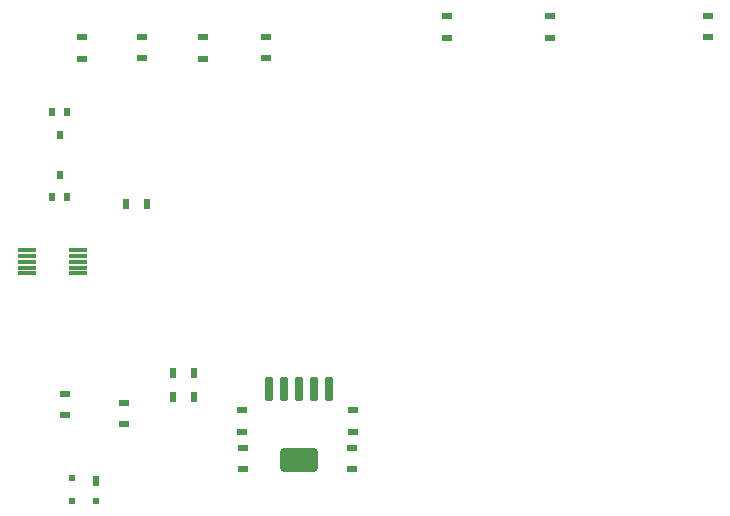
<source format=gbp>
G04*
G04 #@! TF.GenerationSoftware,Altium Limited,Altium Designer,22.4.2 (48)*
G04*
G04 Layer_Color=128*
%FSTAX24Y24*%
%MOIN*%
G70*
G04*
G04 #@! TF.SameCoordinates,36F0A17D-9E63-4542-9A5D-60F15C5BBE16*
G04*
G04*
G04 #@! TF.FilePolarity,Positive*
G04*
G01*
G75*
%ADD21R,0.0354X0.0236*%
G04:AMPARAMS|DCode=31|XSize=77.6mil|YSize=24.4mil|CornerRadius=3.1mil|HoleSize=0mil|Usage=FLASHONLY|Rotation=90.000|XOffset=0mil|YOffset=0mil|HoleType=Round|Shape=RoundedRectangle|*
%AMROUNDEDRECTD31*
21,1,0.0776,0.0183,0,0,90.0*
21,1,0.0715,0.0244,0,0,90.0*
1,1,0.0061,0.0092,0.0357*
1,1,0.0061,0.0092,-0.0357*
1,1,0.0061,-0.0092,-0.0357*
1,1,0.0061,-0.0092,0.0357*
%
%ADD31ROUNDEDRECTD31*%
G04:AMPARAMS|DCode=32|XSize=77.6mil|YSize=124.4mil|CornerRadius=9.7mil|HoleSize=0mil|Usage=FLASHONLY|Rotation=90.000|XOffset=0mil|YOffset=0mil|HoleType=Round|Shape=RoundedRectangle|*
%AMROUNDEDRECTD32*
21,1,0.0776,0.1050,0,0,90.0*
21,1,0.0582,0.1244,0,0,90.0*
1,1,0.0194,0.0525,0.0291*
1,1,0.0194,0.0525,-0.0291*
1,1,0.0194,-0.0525,-0.0291*
1,1,0.0194,-0.0525,0.0291*
%
%ADD32ROUNDEDRECTD32*%
%ADD33R,0.0236X0.0354*%
G04:AMPARAMS|DCode=35|XSize=18.5mil|YSize=23.6mil|CornerRadius=0.9mil|HoleSize=0mil|Usage=FLASHONLY|Rotation=180.000|XOffset=0mil|YOffset=0mil|HoleType=Round|Shape=RoundedRectangle|*
%AMROUNDEDRECTD35*
21,1,0.0185,0.0218,0,0,180.0*
21,1,0.0167,0.0236,0,0,180.0*
1,1,0.0019,-0.0083,0.0109*
1,1,0.0019,0.0083,0.0109*
1,1,0.0019,0.0083,-0.0109*
1,1,0.0019,-0.0083,-0.0109*
%
%ADD35ROUNDEDRECTD35*%
G04:AMPARAMS|DCode=78|XSize=61mil|YSize=11.8mil|CornerRadius=0.6mil|HoleSize=0mil|Usage=FLASHONLY|Rotation=0.000|XOffset=0mil|YOffset=0mil|HoleType=Round|Shape=RoundedRectangle|*
%AMROUNDEDRECTD78*
21,1,0.0610,0.0106,0,0,0.0*
21,1,0.0598,0.0118,0,0,0.0*
1,1,0.0012,0.0299,-0.0053*
1,1,0.0012,-0.0299,-0.0053*
1,1,0.0012,-0.0299,0.0053*
1,1,0.0012,0.0299,0.0053*
%
%ADD78ROUNDEDRECTD78*%
%ADD79R,0.0236X0.0197*%
%ADD80R,0.0236X0.0354*%
D21*
X063768Y039706D02*
D03*
X063768Y040421D02*
D03*
X058492Y039691D02*
D03*
X058492Y040406D02*
D03*
X055079Y040407D02*
D03*
X055079Y039692D02*
D03*
X051949Y027277D02*
D03*
X051949Y026562D02*
D03*
X048248Y027277D02*
D03*
X048248Y026562D02*
D03*
X042343Y027099D02*
D03*
X042343Y027814D02*
D03*
X048267Y025303D02*
D03*
X048267Y026018D02*
D03*
X051917Y025303D02*
D03*
X051917Y026018D02*
D03*
X044311Y027513D02*
D03*
X044311Y026799D02*
D03*
X042894Y038988D02*
D03*
X042894Y039703D02*
D03*
X044902Y039718D02*
D03*
X044902Y039003D02*
D03*
X046949Y038988D02*
D03*
X046949Y039703D02*
D03*
X049036Y039718D02*
D03*
X049036Y039003D02*
D03*
D31*
X051122Y027975D02*
D03*
X050622D02*
D03*
X050122D02*
D03*
X049622D02*
D03*
X049122D02*
D03*
D32*
X050122Y025609D02*
D03*
D33*
X046639Y028505D02*
D03*
Y027705D02*
D03*
X045924Y027705D02*
D03*
Y028505D02*
D03*
X04507Y034156D02*
D03*
X044355Y034156D02*
D03*
D35*
X042166Y035121D02*
D03*
X04191Y034373D02*
D03*
X042421D02*
D03*
X042166Y03646D02*
D03*
X042421Y037208D02*
D03*
X04191D02*
D03*
D78*
X041061Y031834D02*
D03*
Y03203D02*
D03*
Y032227D02*
D03*
Y032424D02*
D03*
Y032621D02*
D03*
X042758D02*
D03*
Y032424D02*
D03*
Y032227D02*
D03*
Y03203D02*
D03*
Y031834D02*
D03*
D79*
X042579Y025003D02*
D03*
Y024255D02*
D03*
X043366D02*
D03*
D80*
Y024924D02*
D03*
M02*

</source>
